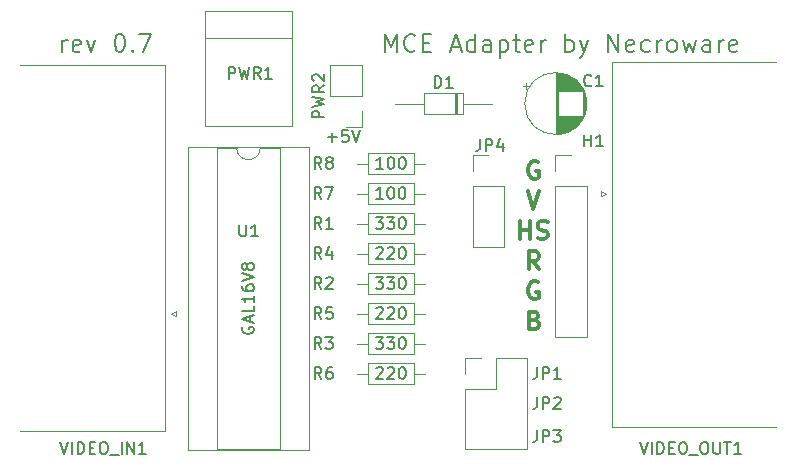
<source format=gbr>
%TF.GenerationSoftware,KiCad,Pcbnew,5.1.7*%
%TF.CreationDate,2020-11-23T14:09:17+01:00*%
%TF.ProjectId,mce-adapter,6d63652d-6164-4617-9074-65722e6b6963,0.7*%
%TF.SameCoordinates,Original*%
%TF.FileFunction,Legend,Top*%
%TF.FilePolarity,Positive*%
%FSLAX46Y46*%
G04 Gerber Fmt 4.6, Leading zero omitted, Abs format (unit mm)*
G04 Created by KiCad (PCBNEW 5.1.7) date 2020-11-23 14:09:17*
%MOMM*%
%LPD*%
G01*
G04 APERTURE LIST*
%ADD10C,0.200000*%
%ADD11C,0.300000*%
%ADD12C,0.120000*%
%ADD13C,0.150000*%
G04 APERTURE END LIST*
D10*
X114431428Y-85768571D02*
X114431428Y-84768571D01*
X114431428Y-85054285D02*
X114502857Y-84911428D01*
X114574285Y-84840000D01*
X114717142Y-84768571D01*
X114860000Y-84768571D01*
X115931428Y-85697142D02*
X115788571Y-85768571D01*
X115502857Y-85768571D01*
X115360000Y-85697142D01*
X115288571Y-85554285D01*
X115288571Y-84982857D01*
X115360000Y-84840000D01*
X115502857Y-84768571D01*
X115788571Y-84768571D01*
X115931428Y-84840000D01*
X116002857Y-84982857D01*
X116002857Y-85125714D01*
X115288571Y-85268571D01*
X116502857Y-84768571D02*
X116860000Y-85768571D01*
X117217142Y-84768571D01*
X119217142Y-84268571D02*
X119360000Y-84268571D01*
X119502857Y-84340000D01*
X119574285Y-84411428D01*
X119645714Y-84554285D01*
X119717142Y-84840000D01*
X119717142Y-85197142D01*
X119645714Y-85482857D01*
X119574285Y-85625714D01*
X119502857Y-85697142D01*
X119360000Y-85768571D01*
X119217142Y-85768571D01*
X119074285Y-85697142D01*
X119002857Y-85625714D01*
X118931428Y-85482857D01*
X118860000Y-85197142D01*
X118860000Y-84840000D01*
X118931428Y-84554285D01*
X119002857Y-84411428D01*
X119074285Y-84340000D01*
X119217142Y-84268571D01*
X120360000Y-85625714D02*
X120431428Y-85697142D01*
X120360000Y-85768571D01*
X120288571Y-85697142D01*
X120360000Y-85625714D01*
X120360000Y-85768571D01*
X120931428Y-84268571D02*
X121931428Y-84268571D01*
X121288571Y-85768571D01*
X141718625Y-85801345D02*
X141718625Y-84301345D01*
X142218625Y-85372774D01*
X142718625Y-84301345D01*
X142718625Y-85801345D01*
X144290054Y-85658488D02*
X144218625Y-85729916D01*
X144004340Y-85801345D01*
X143861483Y-85801345D01*
X143647197Y-85729916D01*
X143504340Y-85587059D01*
X143432911Y-85444202D01*
X143361483Y-85158488D01*
X143361483Y-84944202D01*
X143432911Y-84658488D01*
X143504340Y-84515631D01*
X143647197Y-84372774D01*
X143861483Y-84301345D01*
X144004340Y-84301345D01*
X144218625Y-84372774D01*
X144290054Y-84444202D01*
X144932911Y-85015631D02*
X145432911Y-85015631D01*
X145647197Y-85801345D02*
X144932911Y-85801345D01*
X144932911Y-84301345D01*
X145647197Y-84301345D01*
X147361483Y-85372774D02*
X148075768Y-85372774D01*
X147218625Y-85801345D02*
X147718625Y-84301345D01*
X148218625Y-85801345D01*
X149361483Y-85801345D02*
X149361483Y-84301345D01*
X149361483Y-85729916D02*
X149218625Y-85801345D01*
X148932911Y-85801345D01*
X148790054Y-85729916D01*
X148718625Y-85658488D01*
X148647197Y-85515631D01*
X148647197Y-85087059D01*
X148718625Y-84944202D01*
X148790054Y-84872774D01*
X148932911Y-84801345D01*
X149218625Y-84801345D01*
X149361483Y-84872774D01*
X150718625Y-85801345D02*
X150718625Y-85015631D01*
X150647197Y-84872774D01*
X150504340Y-84801345D01*
X150218625Y-84801345D01*
X150075768Y-84872774D01*
X150718625Y-85729916D02*
X150575768Y-85801345D01*
X150218625Y-85801345D01*
X150075768Y-85729916D01*
X150004340Y-85587059D01*
X150004340Y-85444202D01*
X150075768Y-85301345D01*
X150218625Y-85229916D01*
X150575768Y-85229916D01*
X150718625Y-85158488D01*
X151432911Y-84801345D02*
X151432911Y-86301345D01*
X151432911Y-84872774D02*
X151575768Y-84801345D01*
X151861483Y-84801345D01*
X152004340Y-84872774D01*
X152075768Y-84944202D01*
X152147197Y-85087059D01*
X152147197Y-85515631D01*
X152075768Y-85658488D01*
X152004340Y-85729916D01*
X151861483Y-85801345D01*
X151575768Y-85801345D01*
X151432911Y-85729916D01*
X152575768Y-84801345D02*
X153147197Y-84801345D01*
X152790054Y-84301345D02*
X152790054Y-85587059D01*
X152861483Y-85729916D01*
X153004340Y-85801345D01*
X153147197Y-85801345D01*
X154218625Y-85729916D02*
X154075768Y-85801345D01*
X153790054Y-85801345D01*
X153647197Y-85729916D01*
X153575768Y-85587059D01*
X153575768Y-85015631D01*
X153647197Y-84872774D01*
X153790054Y-84801345D01*
X154075768Y-84801345D01*
X154218625Y-84872774D01*
X154290054Y-85015631D01*
X154290054Y-85158488D01*
X153575768Y-85301345D01*
X154932911Y-85801345D02*
X154932911Y-84801345D01*
X154932911Y-85087059D02*
X155004340Y-84944202D01*
X155075768Y-84872774D01*
X155218625Y-84801345D01*
X155361483Y-84801345D01*
X157004340Y-85801345D02*
X157004340Y-84301345D01*
X157004340Y-84872774D02*
X157147197Y-84801345D01*
X157432911Y-84801345D01*
X157575768Y-84872774D01*
X157647197Y-84944202D01*
X157718625Y-85087059D01*
X157718625Y-85515631D01*
X157647197Y-85658488D01*
X157575768Y-85729916D01*
X157432911Y-85801345D01*
X157147197Y-85801345D01*
X157004340Y-85729916D01*
X158218625Y-84801345D02*
X158575768Y-85801345D01*
X158932911Y-84801345D02*
X158575768Y-85801345D01*
X158432911Y-86158488D01*
X158361483Y-86229916D01*
X158218625Y-86301345D01*
X160647197Y-85801345D02*
X160647197Y-84301345D01*
X161504340Y-85801345D01*
X161504340Y-84301345D01*
X162790054Y-85729916D02*
X162647197Y-85801345D01*
X162361483Y-85801345D01*
X162218625Y-85729916D01*
X162147197Y-85587059D01*
X162147197Y-85015631D01*
X162218625Y-84872774D01*
X162361483Y-84801345D01*
X162647197Y-84801345D01*
X162790054Y-84872774D01*
X162861483Y-85015631D01*
X162861483Y-85158488D01*
X162147197Y-85301345D01*
X164147197Y-85729916D02*
X164004340Y-85801345D01*
X163718625Y-85801345D01*
X163575768Y-85729916D01*
X163504340Y-85658488D01*
X163432911Y-85515631D01*
X163432911Y-85087059D01*
X163504340Y-84944202D01*
X163575768Y-84872774D01*
X163718625Y-84801345D01*
X164004340Y-84801345D01*
X164147197Y-84872774D01*
X164790054Y-85801345D02*
X164790054Y-84801345D01*
X164790054Y-85087059D02*
X164861483Y-84944202D01*
X164932911Y-84872774D01*
X165075768Y-84801345D01*
X165218625Y-84801345D01*
X165932911Y-85801345D02*
X165790054Y-85729916D01*
X165718625Y-85658488D01*
X165647197Y-85515631D01*
X165647197Y-85087059D01*
X165718625Y-84944202D01*
X165790054Y-84872774D01*
X165932911Y-84801345D01*
X166147197Y-84801345D01*
X166290054Y-84872774D01*
X166361483Y-84944202D01*
X166432911Y-85087059D01*
X166432911Y-85515631D01*
X166361483Y-85658488D01*
X166290054Y-85729916D01*
X166147197Y-85801345D01*
X165932911Y-85801345D01*
X166932911Y-84801345D02*
X167218625Y-85801345D01*
X167504340Y-85087059D01*
X167790054Y-85801345D01*
X168075768Y-84801345D01*
X169290054Y-85801345D02*
X169290054Y-85015631D01*
X169218625Y-84872774D01*
X169075768Y-84801345D01*
X168790054Y-84801345D01*
X168647197Y-84872774D01*
X169290054Y-85729916D02*
X169147197Y-85801345D01*
X168790054Y-85801345D01*
X168647197Y-85729916D01*
X168575768Y-85587059D01*
X168575768Y-85444202D01*
X168647197Y-85301345D01*
X168790054Y-85229916D01*
X169147197Y-85229916D01*
X169290054Y-85158488D01*
X170004340Y-85801345D02*
X170004340Y-84801345D01*
X170004340Y-85087059D02*
X170075768Y-84944202D01*
X170147197Y-84872774D01*
X170290054Y-84801345D01*
X170432911Y-84801345D01*
X171504340Y-85729916D02*
X171361483Y-85801345D01*
X171075768Y-85801345D01*
X170932911Y-85729916D01*
X170861483Y-85587059D01*
X170861483Y-85015631D01*
X170932911Y-84872774D01*
X171075768Y-84801345D01*
X171361483Y-84801345D01*
X171504340Y-84872774D01*
X171575768Y-85015631D01*
X171575768Y-85158488D01*
X170861483Y-85301345D01*
D11*
X154697857Y-95110000D02*
X154555000Y-95038571D01*
X154340714Y-95038571D01*
X154126428Y-95110000D01*
X153983571Y-95252857D01*
X153912142Y-95395714D01*
X153840714Y-95681428D01*
X153840714Y-95895714D01*
X153912142Y-96181428D01*
X153983571Y-96324285D01*
X154126428Y-96467142D01*
X154340714Y-96538571D01*
X154483571Y-96538571D01*
X154697857Y-96467142D01*
X154769285Y-96395714D01*
X154769285Y-95895714D01*
X154483571Y-95895714D01*
X153805000Y-97588571D02*
X154305000Y-99088571D01*
X154805000Y-97588571D01*
X153162142Y-101638571D02*
X153162142Y-100138571D01*
X153162142Y-100852857D02*
X154019285Y-100852857D01*
X154019285Y-101638571D02*
X154019285Y-100138571D01*
X154662142Y-101567142D02*
X154876428Y-101638571D01*
X155233571Y-101638571D01*
X155376428Y-101567142D01*
X155447857Y-101495714D01*
X155519285Y-101352857D01*
X155519285Y-101210000D01*
X155447857Y-101067142D01*
X155376428Y-100995714D01*
X155233571Y-100924285D01*
X154947857Y-100852857D01*
X154805000Y-100781428D01*
X154733571Y-100710000D01*
X154662142Y-100567142D01*
X154662142Y-100424285D01*
X154733571Y-100281428D01*
X154805000Y-100210000D01*
X154947857Y-100138571D01*
X155305000Y-100138571D01*
X155519285Y-100210000D01*
X154769285Y-104188571D02*
X154269285Y-103474285D01*
X153912142Y-104188571D02*
X153912142Y-102688571D01*
X154483571Y-102688571D01*
X154626428Y-102760000D01*
X154697857Y-102831428D01*
X154769285Y-102974285D01*
X154769285Y-103188571D01*
X154697857Y-103331428D01*
X154626428Y-103402857D01*
X154483571Y-103474285D01*
X153912142Y-103474285D01*
X154697857Y-105310000D02*
X154555000Y-105238571D01*
X154340714Y-105238571D01*
X154126428Y-105310000D01*
X153983571Y-105452857D01*
X153912142Y-105595714D01*
X153840714Y-105881428D01*
X153840714Y-106095714D01*
X153912142Y-106381428D01*
X153983571Y-106524285D01*
X154126428Y-106667142D01*
X154340714Y-106738571D01*
X154483571Y-106738571D01*
X154697857Y-106667142D01*
X154769285Y-106595714D01*
X154769285Y-106095714D01*
X154483571Y-106095714D01*
X154412142Y-108502857D02*
X154626428Y-108574285D01*
X154697857Y-108645714D01*
X154769285Y-108788571D01*
X154769285Y-109002857D01*
X154697857Y-109145714D01*
X154626428Y-109217142D01*
X154483571Y-109288571D01*
X153912142Y-109288571D01*
X153912142Y-107788571D01*
X154412142Y-107788571D01*
X154555000Y-107860000D01*
X154626428Y-107931428D01*
X154697857Y-108074285D01*
X154697857Y-108217142D01*
X154626428Y-108360000D01*
X154555000Y-108431428D01*
X154412142Y-108502857D01*
X153912142Y-108502857D01*
D12*
%TO.C,VIDEO_OUT1*%
X160458675Y-97790000D02*
X160025662Y-98040000D01*
X160025662Y-97540000D02*
X160458675Y-97790000D01*
X160025662Y-98040000D02*
X160025662Y-97540000D01*
X160920000Y-86620000D02*
X174810000Y-86620000D01*
X160920000Y-117590000D02*
X160920000Y-86620000D01*
X174810000Y-117590000D02*
X160920000Y-117590000D01*
%TO.C,JP1-3*%
X148530000Y-111700000D02*
X149860000Y-111700000D01*
X148530000Y-113030000D02*
X148530000Y-111700000D01*
X151130000Y-111700000D02*
X153730000Y-111700000D01*
X151130000Y-114300000D02*
X151130000Y-111700000D01*
X148530000Y-114300000D02*
X151130000Y-114300000D01*
X153730000Y-111700000D02*
X153730000Y-119440000D01*
X148530000Y-114300000D02*
X148530000Y-119440000D01*
X148530000Y-119440000D02*
X153730000Y-119440000D01*
%TO.C,PWR1*%
X133875000Y-92075000D02*
X126475000Y-92075000D01*
X126475000Y-92075000D02*
X126475000Y-82375000D01*
X133875000Y-82375000D02*
X126475000Y-82375000D01*
X133875000Y-82375000D02*
X133875000Y-92075000D01*
X133875000Y-84625000D02*
X126475000Y-84625000D01*
%TO.C,R7*%
X139370000Y-97790000D02*
X140320000Y-97790000D01*
X145110000Y-97790000D02*
X144160000Y-97790000D01*
X140320000Y-98710000D02*
X144160000Y-98710000D01*
X140320000Y-96870000D02*
X140320000Y-98710000D01*
X144160000Y-96870000D02*
X140320000Y-96870000D01*
X144160000Y-98710000D02*
X144160000Y-96870000D01*
%TO.C,D1*%
X147869000Y-91090000D02*
X147869000Y-89250000D01*
X147629000Y-91090000D02*
X147629000Y-89250000D01*
X147749000Y-91090000D02*
X147749000Y-89250000D01*
X142595000Y-90170000D02*
X145045000Y-90170000D01*
X150775000Y-90170000D02*
X148325000Y-90170000D01*
X145045000Y-91090000D02*
X148325000Y-91090000D01*
X145045000Y-89250000D02*
X145045000Y-91090000D01*
X148325000Y-89250000D02*
X145045000Y-89250000D01*
X148325000Y-91090000D02*
X148325000Y-89250000D01*
%TO.C,JP4*%
X149165000Y-94555000D02*
X150495000Y-94555000D01*
X149165000Y-95885000D02*
X149165000Y-94555000D01*
X149165000Y-97155000D02*
X151825000Y-97155000D01*
X151825000Y-97155000D02*
X151825000Y-102295000D01*
X149165000Y-97155000D02*
X149165000Y-102295000D01*
X149165000Y-102295000D02*
X151825000Y-102295000D01*
%TO.C,PWR2*%
X139760000Y-92135000D02*
X138430000Y-92135000D01*
X139760000Y-90805000D02*
X139760000Y-92135000D01*
X139760000Y-89535000D02*
X137100000Y-89535000D01*
X137100000Y-89535000D02*
X137100000Y-86935000D01*
X139760000Y-89535000D02*
X139760000Y-86935000D01*
X139760000Y-86935000D02*
X137100000Y-86935000D01*
%TO.C,C1*%
X153635225Y-88445000D02*
X153635225Y-88945000D01*
X153385225Y-88695000D02*
X153885225Y-88695000D01*
X158791000Y-89886000D02*
X158791000Y-90454000D01*
X158751000Y-89652000D02*
X158751000Y-90688000D01*
X158711000Y-89493000D02*
X158711000Y-90847000D01*
X158671000Y-89365000D02*
X158671000Y-90975000D01*
X158631000Y-89255000D02*
X158631000Y-91085000D01*
X158591000Y-89159000D02*
X158591000Y-91181000D01*
X158551000Y-89072000D02*
X158551000Y-91268000D01*
X158511000Y-88992000D02*
X158511000Y-91348000D01*
X158471000Y-91210000D02*
X158471000Y-91421000D01*
X158471000Y-88919000D02*
X158471000Y-89130000D01*
X158431000Y-91210000D02*
X158431000Y-91489000D01*
X158431000Y-88851000D02*
X158431000Y-89130000D01*
X158391000Y-91210000D02*
X158391000Y-91553000D01*
X158391000Y-88787000D02*
X158391000Y-89130000D01*
X158351000Y-91210000D02*
X158351000Y-91613000D01*
X158351000Y-88727000D02*
X158351000Y-89130000D01*
X158311000Y-91210000D02*
X158311000Y-91670000D01*
X158311000Y-88670000D02*
X158311000Y-89130000D01*
X158271000Y-91210000D02*
X158271000Y-91724000D01*
X158271000Y-88616000D02*
X158271000Y-89130000D01*
X158231000Y-91210000D02*
X158231000Y-91775000D01*
X158231000Y-88565000D02*
X158231000Y-89130000D01*
X158191000Y-91210000D02*
X158191000Y-91823000D01*
X158191000Y-88517000D02*
X158191000Y-89130000D01*
X158151000Y-91210000D02*
X158151000Y-91869000D01*
X158151000Y-88471000D02*
X158151000Y-89130000D01*
X158111000Y-91210000D02*
X158111000Y-91913000D01*
X158111000Y-88427000D02*
X158111000Y-89130000D01*
X158071000Y-91210000D02*
X158071000Y-91955000D01*
X158071000Y-88385000D02*
X158071000Y-89130000D01*
X158031000Y-91210000D02*
X158031000Y-91996000D01*
X158031000Y-88344000D02*
X158031000Y-89130000D01*
X157991000Y-91210000D02*
X157991000Y-92034000D01*
X157991000Y-88306000D02*
X157991000Y-89130000D01*
X157951000Y-91210000D02*
X157951000Y-92071000D01*
X157951000Y-88269000D02*
X157951000Y-89130000D01*
X157911000Y-91210000D02*
X157911000Y-92107000D01*
X157911000Y-88233000D02*
X157911000Y-89130000D01*
X157871000Y-91210000D02*
X157871000Y-92141000D01*
X157871000Y-88199000D02*
X157871000Y-89130000D01*
X157831000Y-91210000D02*
X157831000Y-92174000D01*
X157831000Y-88166000D02*
X157831000Y-89130000D01*
X157791000Y-91210000D02*
X157791000Y-92205000D01*
X157791000Y-88135000D02*
X157791000Y-89130000D01*
X157751000Y-91210000D02*
X157751000Y-92235000D01*
X157751000Y-88105000D02*
X157751000Y-89130000D01*
X157711000Y-91210000D02*
X157711000Y-92265000D01*
X157711000Y-88075000D02*
X157711000Y-89130000D01*
X157671000Y-91210000D02*
X157671000Y-92292000D01*
X157671000Y-88048000D02*
X157671000Y-89130000D01*
X157631000Y-91210000D02*
X157631000Y-92319000D01*
X157631000Y-88021000D02*
X157631000Y-89130000D01*
X157591000Y-91210000D02*
X157591000Y-92345000D01*
X157591000Y-87995000D02*
X157591000Y-89130000D01*
X157551000Y-91210000D02*
X157551000Y-92370000D01*
X157551000Y-87970000D02*
X157551000Y-89130000D01*
X157511000Y-91210000D02*
X157511000Y-92394000D01*
X157511000Y-87946000D02*
X157511000Y-89130000D01*
X157471000Y-91210000D02*
X157471000Y-92417000D01*
X157471000Y-87923000D02*
X157471000Y-89130000D01*
X157431000Y-91210000D02*
X157431000Y-92438000D01*
X157431000Y-87902000D02*
X157431000Y-89130000D01*
X157391000Y-91210000D02*
X157391000Y-92460000D01*
X157391000Y-87880000D02*
X157391000Y-89130000D01*
X157351000Y-91210000D02*
X157351000Y-92480000D01*
X157351000Y-87860000D02*
X157351000Y-89130000D01*
X157311000Y-91210000D02*
X157311000Y-92499000D01*
X157311000Y-87841000D02*
X157311000Y-89130000D01*
X157271000Y-91210000D02*
X157271000Y-92518000D01*
X157271000Y-87822000D02*
X157271000Y-89130000D01*
X157231000Y-91210000D02*
X157231000Y-92535000D01*
X157231000Y-87805000D02*
X157231000Y-89130000D01*
X157191000Y-91210000D02*
X157191000Y-92552000D01*
X157191000Y-87788000D02*
X157191000Y-89130000D01*
X157151000Y-91210000D02*
X157151000Y-92568000D01*
X157151000Y-87772000D02*
X157151000Y-89130000D01*
X157111000Y-91210000D02*
X157111000Y-92584000D01*
X157111000Y-87756000D02*
X157111000Y-89130000D01*
X157071000Y-91210000D02*
X157071000Y-92598000D01*
X157071000Y-87742000D02*
X157071000Y-89130000D01*
X157031000Y-91210000D02*
X157031000Y-92612000D01*
X157031000Y-87728000D02*
X157031000Y-89130000D01*
X156991000Y-91210000D02*
X156991000Y-92625000D01*
X156991000Y-87715000D02*
X156991000Y-89130000D01*
X156951000Y-91210000D02*
X156951000Y-92638000D01*
X156951000Y-87702000D02*
X156951000Y-89130000D01*
X156911000Y-91210000D02*
X156911000Y-92650000D01*
X156911000Y-87690000D02*
X156911000Y-89130000D01*
X156870000Y-91210000D02*
X156870000Y-92661000D01*
X156870000Y-87679000D02*
X156870000Y-89130000D01*
X156830000Y-91210000D02*
X156830000Y-92671000D01*
X156830000Y-87669000D02*
X156830000Y-89130000D01*
X156790000Y-91210000D02*
X156790000Y-92681000D01*
X156790000Y-87659000D02*
X156790000Y-89130000D01*
X156750000Y-91210000D02*
X156750000Y-92690000D01*
X156750000Y-87650000D02*
X156750000Y-89130000D01*
X156710000Y-91210000D02*
X156710000Y-92698000D01*
X156710000Y-87642000D02*
X156710000Y-89130000D01*
X156670000Y-91210000D02*
X156670000Y-92706000D01*
X156670000Y-87634000D02*
X156670000Y-89130000D01*
X156630000Y-91210000D02*
X156630000Y-92713000D01*
X156630000Y-87627000D02*
X156630000Y-89130000D01*
X156590000Y-91210000D02*
X156590000Y-92720000D01*
X156590000Y-87620000D02*
X156590000Y-89130000D01*
X156550000Y-91210000D02*
X156550000Y-92726000D01*
X156550000Y-87614000D02*
X156550000Y-89130000D01*
X156510000Y-91210000D02*
X156510000Y-92731000D01*
X156510000Y-87609000D02*
X156510000Y-89130000D01*
X156470000Y-91210000D02*
X156470000Y-92735000D01*
X156470000Y-87605000D02*
X156470000Y-89130000D01*
X156430000Y-91210000D02*
X156430000Y-92739000D01*
X156430000Y-87601000D02*
X156430000Y-89130000D01*
X156390000Y-87597000D02*
X156390000Y-92743000D01*
X156350000Y-87594000D02*
X156350000Y-92746000D01*
X156310000Y-87592000D02*
X156310000Y-92748000D01*
X156270000Y-87591000D02*
X156270000Y-92749000D01*
X156230000Y-87590000D02*
X156230000Y-92750000D01*
X156190000Y-87590000D02*
X156190000Y-92750000D01*
X158810000Y-90170000D02*
G75*
G03*
X158810000Y-90170000I-2620000J0D01*
G01*
%TO.C,U1*%
X135315000Y-93860000D02*
X125035000Y-93860000D01*
X135315000Y-119500000D02*
X135315000Y-93860000D01*
X125035000Y-119500000D02*
X135315000Y-119500000D01*
X125035000Y-93860000D02*
X125035000Y-119500000D01*
X132825000Y-93920000D02*
X131175000Y-93920000D01*
X132825000Y-119440000D02*
X132825000Y-93920000D01*
X127525000Y-119440000D02*
X132825000Y-119440000D01*
X127525000Y-93920000D02*
X127525000Y-119440000D01*
X129175000Y-93920000D02*
X127525000Y-93920000D01*
X131175000Y-93920000D02*
G75*
G02*
X129175000Y-93920000I-1000000J0D01*
G01*
%TO.C,VIDEO_IN1*%
X123606325Y-107950000D02*
X124039338Y-107700000D01*
X124039338Y-108200000D02*
X123606325Y-107950000D01*
X124039338Y-107700000D02*
X124039338Y-108200000D01*
X123145000Y-117895000D02*
X110805000Y-117895000D01*
X123145000Y-86925000D02*
X123145000Y-117895000D01*
X110805000Y-86925000D02*
X123145000Y-86925000D01*
%TO.C,R6*%
X139370000Y-113030000D02*
X140320000Y-113030000D01*
X145110000Y-113030000D02*
X144160000Y-113030000D01*
X140320000Y-113950000D02*
X144160000Y-113950000D01*
X140320000Y-112110000D02*
X140320000Y-113950000D01*
X144160000Y-112110000D02*
X140320000Y-112110000D01*
X144160000Y-113950000D02*
X144160000Y-112110000D01*
%TO.C,R5*%
X139370000Y-107950000D02*
X140320000Y-107950000D01*
X145110000Y-107950000D02*
X144160000Y-107950000D01*
X140320000Y-108870000D02*
X144160000Y-108870000D01*
X140320000Y-107030000D02*
X140320000Y-108870000D01*
X144160000Y-107030000D02*
X140320000Y-107030000D01*
X144160000Y-108870000D02*
X144160000Y-107030000D01*
%TO.C,R4*%
X139370000Y-102870000D02*
X140320000Y-102870000D01*
X145110000Y-102870000D02*
X144160000Y-102870000D01*
X140320000Y-103790000D02*
X144160000Y-103790000D01*
X140320000Y-101950000D02*
X140320000Y-103790000D01*
X144160000Y-101950000D02*
X140320000Y-101950000D01*
X144160000Y-103790000D02*
X144160000Y-101950000D01*
%TO.C,R8*%
X139370000Y-95250000D02*
X140320000Y-95250000D01*
X145110000Y-95250000D02*
X144160000Y-95250000D01*
X140320000Y-96170000D02*
X144160000Y-96170000D01*
X140320000Y-94330000D02*
X140320000Y-96170000D01*
X144160000Y-94330000D02*
X140320000Y-94330000D01*
X144160000Y-96170000D02*
X144160000Y-94330000D01*
%TO.C,R3*%
X139370000Y-110490000D02*
X140320000Y-110490000D01*
X145110000Y-110490000D02*
X144160000Y-110490000D01*
X140320000Y-111410000D02*
X144160000Y-111410000D01*
X140320000Y-109570000D02*
X140320000Y-111410000D01*
X144160000Y-109570000D02*
X140320000Y-109570000D01*
X144160000Y-111410000D02*
X144160000Y-109570000D01*
%TO.C,R2*%
X139370000Y-105410000D02*
X140320000Y-105410000D01*
X145110000Y-105410000D02*
X144160000Y-105410000D01*
X140320000Y-106330000D02*
X144160000Y-106330000D01*
X140320000Y-104490000D02*
X140320000Y-106330000D01*
X144160000Y-104490000D02*
X140320000Y-104490000D01*
X144160000Y-106330000D02*
X144160000Y-104490000D01*
%TO.C,R1*%
X139370000Y-100330000D02*
X140320000Y-100330000D01*
X145110000Y-100330000D02*
X144160000Y-100330000D01*
X140320000Y-101250000D02*
X144160000Y-101250000D01*
X140320000Y-99410000D02*
X140320000Y-101250000D01*
X144160000Y-99410000D02*
X140320000Y-99410000D01*
X144160000Y-101250000D02*
X144160000Y-99410000D01*
%TO.C,H1*%
X156150000Y-94555000D02*
X157480000Y-94555000D01*
X156150000Y-95885000D02*
X156150000Y-94555000D01*
X156150000Y-97155000D02*
X158810000Y-97155000D01*
X158810000Y-97155000D02*
X158810000Y-109915000D01*
X156150000Y-97155000D02*
X156150000Y-109915000D01*
X156150000Y-109915000D02*
X158810000Y-109915000D01*
%TO.C,VIDEO_OUT1*%
D13*
X163306666Y-118832380D02*
X163640000Y-119832380D01*
X163973333Y-118832380D01*
X164306666Y-119832380D02*
X164306666Y-118832380D01*
X164782857Y-119832380D02*
X164782857Y-118832380D01*
X165020952Y-118832380D01*
X165163809Y-118880000D01*
X165259047Y-118975238D01*
X165306666Y-119070476D01*
X165354285Y-119260952D01*
X165354285Y-119403809D01*
X165306666Y-119594285D01*
X165259047Y-119689523D01*
X165163809Y-119784761D01*
X165020952Y-119832380D01*
X164782857Y-119832380D01*
X165782857Y-119308571D02*
X166116190Y-119308571D01*
X166259047Y-119832380D02*
X165782857Y-119832380D01*
X165782857Y-118832380D01*
X166259047Y-118832380D01*
X166878095Y-118832380D02*
X167068571Y-118832380D01*
X167163809Y-118880000D01*
X167259047Y-118975238D01*
X167306666Y-119165714D01*
X167306666Y-119499047D01*
X167259047Y-119689523D01*
X167163809Y-119784761D01*
X167068571Y-119832380D01*
X166878095Y-119832380D01*
X166782857Y-119784761D01*
X166687619Y-119689523D01*
X166640000Y-119499047D01*
X166640000Y-119165714D01*
X166687619Y-118975238D01*
X166782857Y-118880000D01*
X166878095Y-118832380D01*
X167497142Y-119927619D02*
X168259047Y-119927619D01*
X168687619Y-118832380D02*
X168878095Y-118832380D01*
X168973333Y-118880000D01*
X169068571Y-118975238D01*
X169116190Y-119165714D01*
X169116190Y-119499047D01*
X169068571Y-119689523D01*
X168973333Y-119784761D01*
X168878095Y-119832380D01*
X168687619Y-119832380D01*
X168592380Y-119784761D01*
X168497142Y-119689523D01*
X168449523Y-119499047D01*
X168449523Y-119165714D01*
X168497142Y-118975238D01*
X168592380Y-118880000D01*
X168687619Y-118832380D01*
X169544761Y-118832380D02*
X169544761Y-119641904D01*
X169592380Y-119737142D01*
X169640000Y-119784761D01*
X169735238Y-119832380D01*
X169925714Y-119832380D01*
X170020952Y-119784761D01*
X170068571Y-119737142D01*
X170116190Y-119641904D01*
X170116190Y-118832380D01*
X170449523Y-118832380D02*
X171020952Y-118832380D01*
X170735238Y-119832380D02*
X170735238Y-118832380D01*
X171878095Y-119832380D02*
X171306666Y-119832380D01*
X171592380Y-119832380D02*
X171592380Y-118832380D01*
X171497142Y-118975238D01*
X171401904Y-119070476D01*
X171306666Y-119118095D01*
%TO.C,JP1-3*%
X154614666Y-112482380D02*
X154614666Y-113196666D01*
X154567047Y-113339523D01*
X154471809Y-113434761D01*
X154328952Y-113482380D01*
X154233714Y-113482380D01*
X155090857Y-113482380D02*
X155090857Y-112482380D01*
X155471809Y-112482380D01*
X155567047Y-112530000D01*
X155614666Y-112577619D01*
X155662285Y-112672857D01*
X155662285Y-112815714D01*
X155614666Y-112910952D01*
X155567047Y-112958571D01*
X155471809Y-113006190D01*
X155090857Y-113006190D01*
X156614666Y-113482380D02*
X156043238Y-113482380D01*
X156328952Y-113482380D02*
X156328952Y-112482380D01*
X156233714Y-112625238D01*
X156138476Y-112720476D01*
X156043238Y-112768095D01*
X154614666Y-115022380D02*
X154614666Y-115736666D01*
X154567047Y-115879523D01*
X154471809Y-115974761D01*
X154328952Y-116022380D01*
X154233714Y-116022380D01*
X155090857Y-116022380D02*
X155090857Y-115022380D01*
X155471809Y-115022380D01*
X155567047Y-115070000D01*
X155614666Y-115117619D01*
X155662285Y-115212857D01*
X155662285Y-115355714D01*
X155614666Y-115450952D01*
X155567047Y-115498571D01*
X155471809Y-115546190D01*
X155090857Y-115546190D01*
X156043238Y-115117619D02*
X156090857Y-115070000D01*
X156186095Y-115022380D01*
X156424190Y-115022380D01*
X156519428Y-115070000D01*
X156567047Y-115117619D01*
X156614666Y-115212857D01*
X156614666Y-115308095D01*
X156567047Y-115450952D01*
X155995619Y-116022380D01*
X156614666Y-116022380D01*
X154614666Y-117816380D02*
X154614666Y-118530666D01*
X154567047Y-118673523D01*
X154471809Y-118768761D01*
X154328952Y-118816380D01*
X154233714Y-118816380D01*
X155090857Y-118816380D02*
X155090857Y-117816380D01*
X155471809Y-117816380D01*
X155567047Y-117864000D01*
X155614666Y-117911619D01*
X155662285Y-118006857D01*
X155662285Y-118149714D01*
X155614666Y-118244952D01*
X155567047Y-118292571D01*
X155471809Y-118340190D01*
X155090857Y-118340190D01*
X155995619Y-117816380D02*
X156614666Y-117816380D01*
X156281333Y-118197333D01*
X156424190Y-118197333D01*
X156519428Y-118244952D01*
X156567047Y-118292571D01*
X156614666Y-118387809D01*
X156614666Y-118625904D01*
X156567047Y-118721142D01*
X156519428Y-118768761D01*
X156424190Y-118816380D01*
X156138476Y-118816380D01*
X156043238Y-118768761D01*
X155995619Y-118721142D01*
%TO.C,PWR1*%
X128492476Y-88082380D02*
X128492476Y-87082380D01*
X128873428Y-87082380D01*
X128968666Y-87130000D01*
X129016285Y-87177619D01*
X129063904Y-87272857D01*
X129063904Y-87415714D01*
X129016285Y-87510952D01*
X128968666Y-87558571D01*
X128873428Y-87606190D01*
X128492476Y-87606190D01*
X129397238Y-87082380D02*
X129635333Y-88082380D01*
X129825809Y-87368095D01*
X130016285Y-88082380D01*
X130254380Y-87082380D01*
X131206761Y-88082380D02*
X130873428Y-87606190D01*
X130635333Y-88082380D02*
X130635333Y-87082380D01*
X131016285Y-87082380D01*
X131111523Y-87130000D01*
X131159142Y-87177619D01*
X131206761Y-87272857D01*
X131206761Y-87415714D01*
X131159142Y-87510952D01*
X131111523Y-87558571D01*
X131016285Y-87606190D01*
X130635333Y-87606190D01*
X132159142Y-88082380D02*
X131587714Y-88082380D01*
X131873428Y-88082380D02*
X131873428Y-87082380D01*
X131778190Y-87225238D01*
X131682952Y-87320476D01*
X131587714Y-87368095D01*
%TO.C,R7*%
X136358333Y-98242380D02*
X136025000Y-97766190D01*
X135786904Y-98242380D02*
X135786904Y-97242380D01*
X136167857Y-97242380D01*
X136263095Y-97290000D01*
X136310714Y-97337619D01*
X136358333Y-97432857D01*
X136358333Y-97575714D01*
X136310714Y-97670952D01*
X136263095Y-97718571D01*
X136167857Y-97766190D01*
X135786904Y-97766190D01*
X136691666Y-97242380D02*
X137358333Y-97242380D01*
X136929761Y-98242380D01*
X141568333Y-98242380D02*
X140996904Y-98242380D01*
X141282619Y-98242380D02*
X141282619Y-97242380D01*
X141187380Y-97385238D01*
X141092142Y-97480476D01*
X140996904Y-97528095D01*
X142187380Y-97242380D02*
X142282619Y-97242380D01*
X142377857Y-97290000D01*
X142425476Y-97337619D01*
X142473095Y-97432857D01*
X142520714Y-97623333D01*
X142520714Y-97861428D01*
X142473095Y-98051904D01*
X142425476Y-98147142D01*
X142377857Y-98194761D01*
X142282619Y-98242380D01*
X142187380Y-98242380D01*
X142092142Y-98194761D01*
X142044523Y-98147142D01*
X141996904Y-98051904D01*
X141949285Y-97861428D01*
X141949285Y-97623333D01*
X141996904Y-97432857D01*
X142044523Y-97337619D01*
X142092142Y-97290000D01*
X142187380Y-97242380D01*
X143139761Y-97242380D02*
X143235000Y-97242380D01*
X143330238Y-97290000D01*
X143377857Y-97337619D01*
X143425476Y-97432857D01*
X143473095Y-97623333D01*
X143473095Y-97861428D01*
X143425476Y-98051904D01*
X143377857Y-98147142D01*
X143330238Y-98194761D01*
X143235000Y-98242380D01*
X143139761Y-98242380D01*
X143044523Y-98194761D01*
X142996904Y-98147142D01*
X142949285Y-98051904D01*
X142901666Y-97861428D01*
X142901666Y-97623333D01*
X142949285Y-97432857D01*
X142996904Y-97337619D01*
X143044523Y-97290000D01*
X143139761Y-97242380D01*
%TO.C,D1*%
X145946904Y-88830903D02*
X145946904Y-87830903D01*
X146185000Y-87830903D01*
X146327857Y-87878523D01*
X146423095Y-87973761D01*
X146470714Y-88068999D01*
X146518333Y-88259475D01*
X146518333Y-88402332D01*
X146470714Y-88592808D01*
X146423095Y-88688046D01*
X146327857Y-88783284D01*
X146185000Y-88830903D01*
X145946904Y-88830903D01*
X147470714Y-88830903D02*
X146899285Y-88830903D01*
X147185000Y-88830903D02*
X147185000Y-87830903D01*
X147089761Y-87973761D01*
X146994523Y-88068999D01*
X146899285Y-88116618D01*
%TO.C,JP4*%
X149788666Y-93178380D02*
X149788666Y-93892666D01*
X149741047Y-94035523D01*
X149645809Y-94130761D01*
X149502952Y-94178380D01*
X149407714Y-94178380D01*
X150264857Y-94178380D02*
X150264857Y-93178380D01*
X150645809Y-93178380D01*
X150741047Y-93226000D01*
X150788666Y-93273619D01*
X150836285Y-93368857D01*
X150836285Y-93511714D01*
X150788666Y-93606952D01*
X150741047Y-93654571D01*
X150645809Y-93702190D01*
X150264857Y-93702190D01*
X151693428Y-93511714D02*
X151693428Y-94178380D01*
X151455333Y-93130761D02*
X151217238Y-93845047D01*
X151836285Y-93845047D01*
%TO.C,PWR2*%
X136596380Y-91344523D02*
X135596380Y-91344523D01*
X135596380Y-90963571D01*
X135644000Y-90868333D01*
X135691619Y-90820714D01*
X135786857Y-90773095D01*
X135929714Y-90773095D01*
X136024952Y-90820714D01*
X136072571Y-90868333D01*
X136120190Y-90963571D01*
X136120190Y-91344523D01*
X135596380Y-90439761D02*
X136596380Y-90201666D01*
X135882095Y-90011190D01*
X136596380Y-89820714D01*
X135596380Y-89582619D01*
X136596380Y-88630238D02*
X136120190Y-88963571D01*
X136596380Y-89201666D02*
X135596380Y-89201666D01*
X135596380Y-88820714D01*
X135644000Y-88725476D01*
X135691619Y-88677857D01*
X135786857Y-88630238D01*
X135929714Y-88630238D01*
X136024952Y-88677857D01*
X136072571Y-88725476D01*
X136120190Y-88820714D01*
X136120190Y-89201666D01*
X135691619Y-88249285D02*
X135644000Y-88201666D01*
X135596380Y-88106428D01*
X135596380Y-87868333D01*
X135644000Y-87773095D01*
X135691619Y-87725476D01*
X135786857Y-87677857D01*
X135882095Y-87677857D01*
X136024952Y-87725476D01*
X136596380Y-88296904D01*
X136596380Y-87677857D01*
X136890285Y-93035428D02*
X137652190Y-93035428D01*
X137271238Y-93416380D02*
X137271238Y-92654476D01*
X138604571Y-92416380D02*
X138128380Y-92416380D01*
X138080761Y-92892571D01*
X138128380Y-92844952D01*
X138223619Y-92797333D01*
X138461714Y-92797333D01*
X138556952Y-92844952D01*
X138604571Y-92892571D01*
X138652190Y-92987809D01*
X138652190Y-93225904D01*
X138604571Y-93321142D01*
X138556952Y-93368761D01*
X138461714Y-93416380D01*
X138223619Y-93416380D01*
X138128380Y-93368761D01*
X138080761Y-93321142D01*
X138937904Y-92416380D02*
X139271238Y-93416380D01*
X139604571Y-92416380D01*
%TO.C,C1*%
X159218333Y-88622142D02*
X159170714Y-88669761D01*
X159027857Y-88717380D01*
X158932619Y-88717380D01*
X158789761Y-88669761D01*
X158694523Y-88574523D01*
X158646904Y-88479285D01*
X158599285Y-88288809D01*
X158599285Y-88145952D01*
X158646904Y-87955476D01*
X158694523Y-87860238D01*
X158789761Y-87765000D01*
X158932619Y-87717380D01*
X159027857Y-87717380D01*
X159170714Y-87765000D01*
X159218333Y-87812619D01*
X160170714Y-88717380D02*
X159599285Y-88717380D01*
X159885000Y-88717380D02*
X159885000Y-87717380D01*
X159789761Y-87860238D01*
X159694523Y-87955476D01*
X159599285Y-88003095D01*
%TO.C,U1*%
X129413095Y-100417380D02*
X129413095Y-101226904D01*
X129460714Y-101322142D01*
X129508333Y-101369761D01*
X129603571Y-101417380D01*
X129794047Y-101417380D01*
X129889285Y-101369761D01*
X129936904Y-101322142D01*
X129984523Y-101226904D01*
X129984523Y-100417380D01*
X130984523Y-101417380D02*
X130413095Y-101417380D01*
X130698809Y-101417380D02*
X130698809Y-100417380D01*
X130603571Y-100560238D01*
X130508333Y-100655476D01*
X130413095Y-100703095D01*
X129675000Y-109108571D02*
X129627380Y-109203809D01*
X129627380Y-109346666D01*
X129675000Y-109489523D01*
X129770238Y-109584761D01*
X129865476Y-109632380D01*
X130055952Y-109680000D01*
X130198809Y-109680000D01*
X130389285Y-109632380D01*
X130484523Y-109584761D01*
X130579761Y-109489523D01*
X130627380Y-109346666D01*
X130627380Y-109251428D01*
X130579761Y-109108571D01*
X130532142Y-109060952D01*
X130198809Y-109060952D01*
X130198809Y-109251428D01*
X130341666Y-108680000D02*
X130341666Y-108203809D01*
X130627380Y-108775238D02*
X129627380Y-108441904D01*
X130627380Y-108108571D01*
X130627380Y-107299047D02*
X130627380Y-107775238D01*
X129627380Y-107775238D01*
X130627380Y-106441904D02*
X130627380Y-107013333D01*
X130627380Y-106727619D02*
X129627380Y-106727619D01*
X129770238Y-106822857D01*
X129865476Y-106918095D01*
X129913095Y-107013333D01*
X129627380Y-105584761D02*
X129627380Y-105775238D01*
X129675000Y-105870476D01*
X129722619Y-105918095D01*
X129865476Y-106013333D01*
X130055952Y-106060952D01*
X130436904Y-106060952D01*
X130532142Y-106013333D01*
X130579761Y-105965714D01*
X130627380Y-105870476D01*
X130627380Y-105680000D01*
X130579761Y-105584761D01*
X130532142Y-105537142D01*
X130436904Y-105489523D01*
X130198809Y-105489523D01*
X130103571Y-105537142D01*
X130055952Y-105584761D01*
X130008333Y-105680000D01*
X130008333Y-105870476D01*
X130055952Y-105965714D01*
X130103571Y-106013333D01*
X130198809Y-106060952D01*
X129627380Y-105203809D02*
X130627380Y-104870476D01*
X129627380Y-104537142D01*
X130055952Y-104060952D02*
X130008333Y-104156190D01*
X129960714Y-104203809D01*
X129865476Y-104251428D01*
X129817857Y-104251428D01*
X129722619Y-104203809D01*
X129675000Y-104156190D01*
X129627380Y-104060952D01*
X129627380Y-103870476D01*
X129675000Y-103775238D01*
X129722619Y-103727619D01*
X129817857Y-103680000D01*
X129865476Y-103680000D01*
X129960714Y-103727619D01*
X130008333Y-103775238D01*
X130055952Y-103870476D01*
X130055952Y-104060952D01*
X130103571Y-104156190D01*
X130151190Y-104203809D01*
X130246428Y-104251428D01*
X130436904Y-104251428D01*
X130532142Y-104203809D01*
X130579761Y-104156190D01*
X130627380Y-104060952D01*
X130627380Y-103870476D01*
X130579761Y-103775238D01*
X130532142Y-103727619D01*
X130436904Y-103680000D01*
X130246428Y-103680000D01*
X130151190Y-103727619D01*
X130103571Y-103775238D01*
X130055952Y-103870476D01*
%TO.C,VIDEO_IN1*%
X114246352Y-118832380D02*
X114579685Y-119832380D01*
X114913019Y-118832380D01*
X115246352Y-119832380D02*
X115246352Y-118832380D01*
X115722542Y-119832380D02*
X115722542Y-118832380D01*
X115960638Y-118832380D01*
X116103495Y-118880000D01*
X116198733Y-118975238D01*
X116246352Y-119070476D01*
X116293971Y-119260952D01*
X116293971Y-119403809D01*
X116246352Y-119594285D01*
X116198733Y-119689523D01*
X116103495Y-119784761D01*
X115960638Y-119832380D01*
X115722542Y-119832380D01*
X116722542Y-119308571D02*
X117055876Y-119308571D01*
X117198733Y-119832380D02*
X116722542Y-119832380D01*
X116722542Y-118832380D01*
X117198733Y-118832380D01*
X117817780Y-118832380D02*
X118008257Y-118832380D01*
X118103495Y-118880000D01*
X118198733Y-118975238D01*
X118246352Y-119165714D01*
X118246352Y-119499047D01*
X118198733Y-119689523D01*
X118103495Y-119784761D01*
X118008257Y-119832380D01*
X117817780Y-119832380D01*
X117722542Y-119784761D01*
X117627304Y-119689523D01*
X117579685Y-119499047D01*
X117579685Y-119165714D01*
X117627304Y-118975238D01*
X117722542Y-118880000D01*
X117817780Y-118832380D01*
X118436828Y-119927619D02*
X119198733Y-119927619D01*
X119436828Y-119832380D02*
X119436828Y-118832380D01*
X119913019Y-119832380D02*
X119913019Y-118832380D01*
X120484447Y-119832380D01*
X120484447Y-118832380D01*
X121484447Y-119832380D02*
X120913019Y-119832380D01*
X121198733Y-119832380D02*
X121198733Y-118832380D01*
X121103495Y-118975238D01*
X121008257Y-119070476D01*
X120913019Y-119118095D01*
%TO.C,R6*%
X136358333Y-113482380D02*
X136025000Y-113006190D01*
X135786904Y-113482380D02*
X135786904Y-112482380D01*
X136167857Y-112482380D01*
X136263095Y-112530000D01*
X136310714Y-112577619D01*
X136358333Y-112672857D01*
X136358333Y-112815714D01*
X136310714Y-112910952D01*
X136263095Y-112958571D01*
X136167857Y-113006190D01*
X135786904Y-113006190D01*
X137215476Y-112482380D02*
X137025000Y-112482380D01*
X136929761Y-112530000D01*
X136882142Y-112577619D01*
X136786904Y-112720476D01*
X136739285Y-112910952D01*
X136739285Y-113291904D01*
X136786904Y-113387142D01*
X136834523Y-113434761D01*
X136929761Y-113482380D01*
X137120238Y-113482380D01*
X137215476Y-113434761D01*
X137263095Y-113387142D01*
X137310714Y-113291904D01*
X137310714Y-113053809D01*
X137263095Y-112958571D01*
X137215476Y-112910952D01*
X137120238Y-112863333D01*
X136929761Y-112863333D01*
X136834523Y-112910952D01*
X136786904Y-112958571D01*
X136739285Y-113053809D01*
X141001904Y-112577619D02*
X141049523Y-112530000D01*
X141144761Y-112482380D01*
X141382857Y-112482380D01*
X141478095Y-112530000D01*
X141525714Y-112577619D01*
X141573333Y-112672857D01*
X141573333Y-112768095D01*
X141525714Y-112910952D01*
X140954285Y-113482380D01*
X141573333Y-113482380D01*
X141954285Y-112577619D02*
X142001904Y-112530000D01*
X142097142Y-112482380D01*
X142335238Y-112482380D01*
X142430476Y-112530000D01*
X142478095Y-112577619D01*
X142525714Y-112672857D01*
X142525714Y-112768095D01*
X142478095Y-112910952D01*
X141906666Y-113482380D01*
X142525714Y-113482380D01*
X143144761Y-112482380D02*
X143240000Y-112482380D01*
X143335238Y-112530000D01*
X143382857Y-112577619D01*
X143430476Y-112672857D01*
X143478095Y-112863333D01*
X143478095Y-113101428D01*
X143430476Y-113291904D01*
X143382857Y-113387142D01*
X143335238Y-113434761D01*
X143240000Y-113482380D01*
X143144761Y-113482380D01*
X143049523Y-113434761D01*
X143001904Y-113387142D01*
X142954285Y-113291904D01*
X142906666Y-113101428D01*
X142906666Y-112863333D01*
X142954285Y-112672857D01*
X143001904Y-112577619D01*
X143049523Y-112530000D01*
X143144761Y-112482380D01*
%TO.C,R5*%
X136358333Y-108402380D02*
X136025000Y-107926190D01*
X135786904Y-108402380D02*
X135786904Y-107402380D01*
X136167857Y-107402380D01*
X136263095Y-107450000D01*
X136310714Y-107497619D01*
X136358333Y-107592857D01*
X136358333Y-107735714D01*
X136310714Y-107830952D01*
X136263095Y-107878571D01*
X136167857Y-107926190D01*
X135786904Y-107926190D01*
X137263095Y-107402380D02*
X136786904Y-107402380D01*
X136739285Y-107878571D01*
X136786904Y-107830952D01*
X136882142Y-107783333D01*
X137120238Y-107783333D01*
X137215476Y-107830952D01*
X137263095Y-107878571D01*
X137310714Y-107973809D01*
X137310714Y-108211904D01*
X137263095Y-108307142D01*
X137215476Y-108354761D01*
X137120238Y-108402380D01*
X136882142Y-108402380D01*
X136786904Y-108354761D01*
X136739285Y-108307142D01*
X141001904Y-107497619D02*
X141049523Y-107450000D01*
X141144761Y-107402380D01*
X141382857Y-107402380D01*
X141478095Y-107450000D01*
X141525714Y-107497619D01*
X141573333Y-107592857D01*
X141573333Y-107688095D01*
X141525714Y-107830952D01*
X140954285Y-108402380D01*
X141573333Y-108402380D01*
X141954285Y-107497619D02*
X142001904Y-107450000D01*
X142097142Y-107402380D01*
X142335238Y-107402380D01*
X142430476Y-107450000D01*
X142478095Y-107497619D01*
X142525714Y-107592857D01*
X142525714Y-107688095D01*
X142478095Y-107830952D01*
X141906666Y-108402380D01*
X142525714Y-108402380D01*
X143144761Y-107402380D02*
X143240000Y-107402380D01*
X143335238Y-107450000D01*
X143382857Y-107497619D01*
X143430476Y-107592857D01*
X143478095Y-107783333D01*
X143478095Y-108021428D01*
X143430476Y-108211904D01*
X143382857Y-108307142D01*
X143335238Y-108354761D01*
X143240000Y-108402380D01*
X143144761Y-108402380D01*
X143049523Y-108354761D01*
X143001904Y-108307142D01*
X142954285Y-108211904D01*
X142906666Y-108021428D01*
X142906666Y-107783333D01*
X142954285Y-107592857D01*
X143001904Y-107497619D01*
X143049523Y-107450000D01*
X143144761Y-107402380D01*
%TO.C,R4*%
X136358333Y-103322380D02*
X136025000Y-102846190D01*
X135786904Y-103322380D02*
X135786904Y-102322380D01*
X136167857Y-102322380D01*
X136263095Y-102370000D01*
X136310714Y-102417619D01*
X136358333Y-102512857D01*
X136358333Y-102655714D01*
X136310714Y-102750952D01*
X136263095Y-102798571D01*
X136167857Y-102846190D01*
X135786904Y-102846190D01*
X137215476Y-102655714D02*
X137215476Y-103322380D01*
X136977380Y-102274761D02*
X136739285Y-102989047D01*
X137358333Y-102989047D01*
X141001904Y-102417619D02*
X141049523Y-102370000D01*
X141144761Y-102322380D01*
X141382857Y-102322380D01*
X141478095Y-102370000D01*
X141525714Y-102417619D01*
X141573333Y-102512857D01*
X141573333Y-102608095D01*
X141525714Y-102750952D01*
X140954285Y-103322380D01*
X141573333Y-103322380D01*
X141954285Y-102417619D02*
X142001904Y-102370000D01*
X142097142Y-102322380D01*
X142335238Y-102322380D01*
X142430476Y-102370000D01*
X142478095Y-102417619D01*
X142525714Y-102512857D01*
X142525714Y-102608095D01*
X142478095Y-102750952D01*
X141906666Y-103322380D01*
X142525714Y-103322380D01*
X143144761Y-102322380D02*
X143240000Y-102322380D01*
X143335238Y-102370000D01*
X143382857Y-102417619D01*
X143430476Y-102512857D01*
X143478095Y-102703333D01*
X143478095Y-102941428D01*
X143430476Y-103131904D01*
X143382857Y-103227142D01*
X143335238Y-103274761D01*
X143240000Y-103322380D01*
X143144761Y-103322380D01*
X143049523Y-103274761D01*
X143001904Y-103227142D01*
X142954285Y-103131904D01*
X142906666Y-102941428D01*
X142906666Y-102703333D01*
X142954285Y-102512857D01*
X143001904Y-102417619D01*
X143049523Y-102370000D01*
X143144761Y-102322380D01*
%TO.C,R8*%
X136358333Y-95702380D02*
X136025000Y-95226190D01*
X135786904Y-95702380D02*
X135786904Y-94702380D01*
X136167857Y-94702380D01*
X136263095Y-94750000D01*
X136310714Y-94797619D01*
X136358333Y-94892857D01*
X136358333Y-95035714D01*
X136310714Y-95130952D01*
X136263095Y-95178571D01*
X136167857Y-95226190D01*
X135786904Y-95226190D01*
X136929761Y-95130952D02*
X136834523Y-95083333D01*
X136786904Y-95035714D01*
X136739285Y-94940476D01*
X136739285Y-94892857D01*
X136786904Y-94797619D01*
X136834523Y-94750000D01*
X136929761Y-94702380D01*
X137120238Y-94702380D01*
X137215476Y-94750000D01*
X137263095Y-94797619D01*
X137310714Y-94892857D01*
X137310714Y-94940476D01*
X137263095Y-95035714D01*
X137215476Y-95083333D01*
X137120238Y-95130952D01*
X136929761Y-95130952D01*
X136834523Y-95178571D01*
X136786904Y-95226190D01*
X136739285Y-95321428D01*
X136739285Y-95511904D01*
X136786904Y-95607142D01*
X136834523Y-95654761D01*
X136929761Y-95702380D01*
X137120238Y-95702380D01*
X137215476Y-95654761D01*
X137263095Y-95607142D01*
X137310714Y-95511904D01*
X137310714Y-95321428D01*
X137263095Y-95226190D01*
X137215476Y-95178571D01*
X137120238Y-95130952D01*
X141573333Y-95702380D02*
X141001904Y-95702380D01*
X141287619Y-95702380D02*
X141287619Y-94702380D01*
X141192380Y-94845238D01*
X141097142Y-94940476D01*
X141001904Y-94988095D01*
X142192380Y-94702380D02*
X142287619Y-94702380D01*
X142382857Y-94750000D01*
X142430476Y-94797619D01*
X142478095Y-94892857D01*
X142525714Y-95083333D01*
X142525714Y-95321428D01*
X142478095Y-95511904D01*
X142430476Y-95607142D01*
X142382857Y-95654761D01*
X142287619Y-95702380D01*
X142192380Y-95702380D01*
X142097142Y-95654761D01*
X142049523Y-95607142D01*
X142001904Y-95511904D01*
X141954285Y-95321428D01*
X141954285Y-95083333D01*
X142001904Y-94892857D01*
X142049523Y-94797619D01*
X142097142Y-94750000D01*
X142192380Y-94702380D01*
X143144761Y-94702380D02*
X143240000Y-94702380D01*
X143335238Y-94750000D01*
X143382857Y-94797619D01*
X143430476Y-94892857D01*
X143478095Y-95083333D01*
X143478095Y-95321428D01*
X143430476Y-95511904D01*
X143382857Y-95607142D01*
X143335238Y-95654761D01*
X143240000Y-95702380D01*
X143144761Y-95702380D01*
X143049523Y-95654761D01*
X143001904Y-95607142D01*
X142954285Y-95511904D01*
X142906666Y-95321428D01*
X142906666Y-95083333D01*
X142954285Y-94892857D01*
X143001904Y-94797619D01*
X143049523Y-94750000D01*
X143144761Y-94702380D01*
%TO.C,R3*%
X136358333Y-110942380D02*
X136025000Y-110466190D01*
X135786904Y-110942380D02*
X135786904Y-109942380D01*
X136167857Y-109942380D01*
X136263095Y-109990000D01*
X136310714Y-110037619D01*
X136358333Y-110132857D01*
X136358333Y-110275714D01*
X136310714Y-110370952D01*
X136263095Y-110418571D01*
X136167857Y-110466190D01*
X135786904Y-110466190D01*
X136691666Y-109942380D02*
X137310714Y-109942380D01*
X136977380Y-110323333D01*
X137120238Y-110323333D01*
X137215476Y-110370952D01*
X137263095Y-110418571D01*
X137310714Y-110513809D01*
X137310714Y-110751904D01*
X137263095Y-110847142D01*
X137215476Y-110894761D01*
X137120238Y-110942380D01*
X136834523Y-110942380D01*
X136739285Y-110894761D01*
X136691666Y-110847142D01*
X140954285Y-109942380D02*
X141573333Y-109942380D01*
X141240000Y-110323333D01*
X141382857Y-110323333D01*
X141478095Y-110370952D01*
X141525714Y-110418571D01*
X141573333Y-110513809D01*
X141573333Y-110751904D01*
X141525714Y-110847142D01*
X141478095Y-110894761D01*
X141382857Y-110942380D01*
X141097142Y-110942380D01*
X141001904Y-110894761D01*
X140954285Y-110847142D01*
X141906666Y-109942380D02*
X142525714Y-109942380D01*
X142192380Y-110323333D01*
X142335238Y-110323333D01*
X142430476Y-110370952D01*
X142478095Y-110418571D01*
X142525714Y-110513809D01*
X142525714Y-110751904D01*
X142478095Y-110847142D01*
X142430476Y-110894761D01*
X142335238Y-110942380D01*
X142049523Y-110942380D01*
X141954285Y-110894761D01*
X141906666Y-110847142D01*
X143144761Y-109942380D02*
X143240000Y-109942380D01*
X143335238Y-109990000D01*
X143382857Y-110037619D01*
X143430476Y-110132857D01*
X143478095Y-110323333D01*
X143478095Y-110561428D01*
X143430476Y-110751904D01*
X143382857Y-110847142D01*
X143335238Y-110894761D01*
X143240000Y-110942380D01*
X143144761Y-110942380D01*
X143049523Y-110894761D01*
X143001904Y-110847142D01*
X142954285Y-110751904D01*
X142906666Y-110561428D01*
X142906666Y-110323333D01*
X142954285Y-110132857D01*
X143001904Y-110037619D01*
X143049523Y-109990000D01*
X143144761Y-109942380D01*
%TO.C,R2*%
X136358333Y-105862380D02*
X136025000Y-105386190D01*
X135786904Y-105862380D02*
X135786904Y-104862380D01*
X136167857Y-104862380D01*
X136263095Y-104910000D01*
X136310714Y-104957619D01*
X136358333Y-105052857D01*
X136358333Y-105195714D01*
X136310714Y-105290952D01*
X136263095Y-105338571D01*
X136167857Y-105386190D01*
X135786904Y-105386190D01*
X136739285Y-104957619D02*
X136786904Y-104910000D01*
X136882142Y-104862380D01*
X137120238Y-104862380D01*
X137215476Y-104910000D01*
X137263095Y-104957619D01*
X137310714Y-105052857D01*
X137310714Y-105148095D01*
X137263095Y-105290952D01*
X136691666Y-105862380D01*
X137310714Y-105862380D01*
X140954285Y-104862380D02*
X141573333Y-104862380D01*
X141240000Y-105243333D01*
X141382857Y-105243333D01*
X141478095Y-105290952D01*
X141525714Y-105338571D01*
X141573333Y-105433809D01*
X141573333Y-105671904D01*
X141525714Y-105767142D01*
X141478095Y-105814761D01*
X141382857Y-105862380D01*
X141097142Y-105862380D01*
X141001904Y-105814761D01*
X140954285Y-105767142D01*
X141906666Y-104862380D02*
X142525714Y-104862380D01*
X142192380Y-105243333D01*
X142335238Y-105243333D01*
X142430476Y-105290952D01*
X142478095Y-105338571D01*
X142525714Y-105433809D01*
X142525714Y-105671904D01*
X142478095Y-105767142D01*
X142430476Y-105814761D01*
X142335238Y-105862380D01*
X142049523Y-105862380D01*
X141954285Y-105814761D01*
X141906666Y-105767142D01*
X143144761Y-104862380D02*
X143240000Y-104862380D01*
X143335238Y-104910000D01*
X143382857Y-104957619D01*
X143430476Y-105052857D01*
X143478095Y-105243333D01*
X143478095Y-105481428D01*
X143430476Y-105671904D01*
X143382857Y-105767142D01*
X143335238Y-105814761D01*
X143240000Y-105862380D01*
X143144761Y-105862380D01*
X143049523Y-105814761D01*
X143001904Y-105767142D01*
X142954285Y-105671904D01*
X142906666Y-105481428D01*
X142906666Y-105243333D01*
X142954285Y-105052857D01*
X143001904Y-104957619D01*
X143049523Y-104910000D01*
X143144761Y-104862380D01*
%TO.C,R1*%
X136358333Y-100782380D02*
X136025000Y-100306190D01*
X135786904Y-100782380D02*
X135786904Y-99782380D01*
X136167857Y-99782380D01*
X136263095Y-99830000D01*
X136310714Y-99877619D01*
X136358333Y-99972857D01*
X136358333Y-100115714D01*
X136310714Y-100210952D01*
X136263095Y-100258571D01*
X136167857Y-100306190D01*
X135786904Y-100306190D01*
X137310714Y-100782380D02*
X136739285Y-100782380D01*
X137025000Y-100782380D02*
X137025000Y-99782380D01*
X136929761Y-99925238D01*
X136834523Y-100020476D01*
X136739285Y-100068095D01*
X140954285Y-99782380D02*
X141573333Y-99782380D01*
X141240000Y-100163333D01*
X141382857Y-100163333D01*
X141478095Y-100210952D01*
X141525714Y-100258571D01*
X141573333Y-100353809D01*
X141573333Y-100591904D01*
X141525714Y-100687142D01*
X141478095Y-100734761D01*
X141382857Y-100782380D01*
X141097142Y-100782380D01*
X141001904Y-100734761D01*
X140954285Y-100687142D01*
X141906666Y-99782380D02*
X142525714Y-99782380D01*
X142192380Y-100163333D01*
X142335238Y-100163333D01*
X142430476Y-100210952D01*
X142478095Y-100258571D01*
X142525714Y-100353809D01*
X142525714Y-100591904D01*
X142478095Y-100687142D01*
X142430476Y-100734761D01*
X142335238Y-100782380D01*
X142049523Y-100782380D01*
X141954285Y-100734761D01*
X141906666Y-100687142D01*
X143144761Y-99782380D02*
X143240000Y-99782380D01*
X143335238Y-99830000D01*
X143382857Y-99877619D01*
X143430476Y-99972857D01*
X143478095Y-100163333D01*
X143478095Y-100401428D01*
X143430476Y-100591904D01*
X143382857Y-100687142D01*
X143335238Y-100734761D01*
X143240000Y-100782380D01*
X143144761Y-100782380D01*
X143049523Y-100734761D01*
X143001904Y-100687142D01*
X142954285Y-100591904D01*
X142906666Y-100401428D01*
X142906666Y-100163333D01*
X142954285Y-99972857D01*
X143001904Y-99877619D01*
X143049523Y-99830000D01*
X143144761Y-99782380D01*
%TO.C,H1*%
X158623095Y-93797380D02*
X158623095Y-92797380D01*
X158623095Y-93273571D02*
X159194523Y-93273571D01*
X159194523Y-93797380D02*
X159194523Y-92797380D01*
X160194523Y-93797380D02*
X159623095Y-93797380D01*
X159908809Y-93797380D02*
X159908809Y-92797380D01*
X159813571Y-92940238D01*
X159718333Y-93035476D01*
X159623095Y-93083095D01*
%TD*%
M02*

</source>
